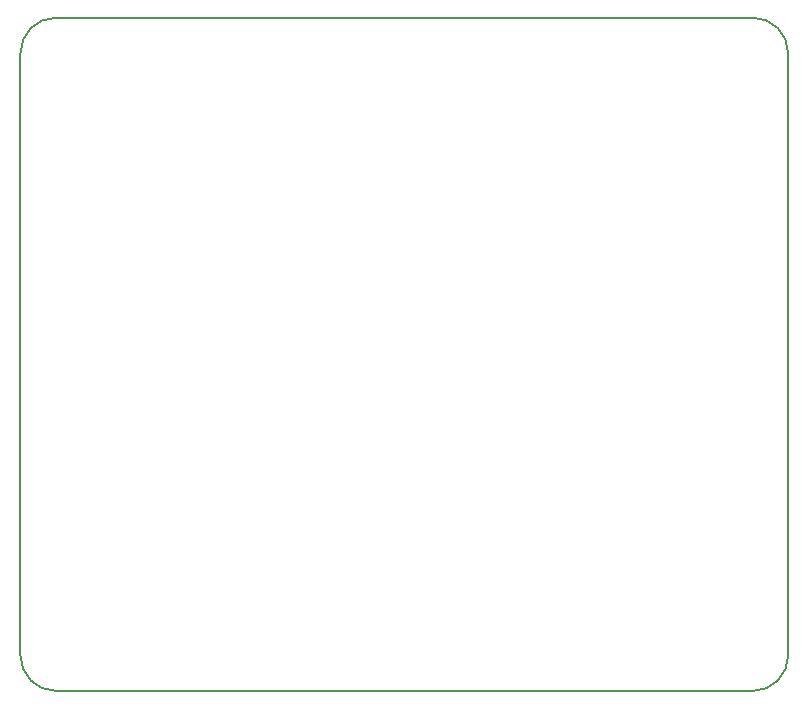
<source format=gm1>
%TF.GenerationSoftware,KiCad,Pcbnew,5.1.6-1.fc31*%
%TF.CreationDate,2020-06-27T23:06:53-07:00*%
%TF.ProjectId,rpi_7seg_alarm_clock,7270695f-3773-4656-975f-616c61726d5f,rev?*%
%TF.SameCoordinates,Original*%
%TF.FileFunction,Profile,NP*%
%FSLAX46Y46*%
G04 Gerber Fmt 4.6, Leading zero omitted, Abs format (unit mm)*
G04 Created by KiCad (PCBNEW 5.1.6-1.fc31) date 2020-06-27 23:06:53*
%MOMM*%
%LPD*%
G01*
G04 APERTURE LIST*
%TA.AperFunction,Profile*%
%ADD10C,0.200000*%
%TD*%
G04 APERTURE END LIST*
D10*
X143256000Y-56236000D02*
G75*
G02*
X146256000Y-59236000I0J-3000000D01*
G01*
X143256000Y-56236000D02*
X84256000Y-56236000D01*
X81256000Y-59236000D02*
G75*
G02*
X84256000Y-56236000I3000000J0D01*
G01*
X84256000Y-113236000D02*
X143256000Y-113236000D01*
X81256000Y-110236000D02*
X81256000Y-59236000D01*
X146256000Y-110236000D02*
X146256000Y-59236000D01*
X84256000Y-113236000D02*
G75*
G02*
X81256000Y-110236000I0J3000000D01*
G01*
X146256000Y-110236000D02*
G75*
G02*
X143256000Y-113236000I-3000000J0D01*
G01*
M02*

</source>
